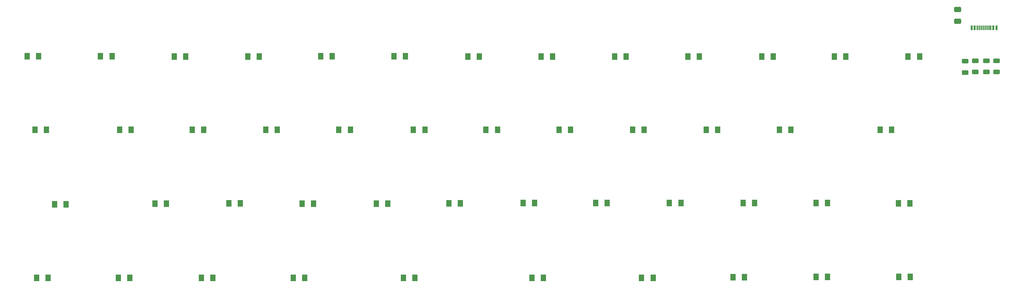
<source format=gbr>
%TF.GenerationSoftware,KiCad,Pcbnew,8.0.8-8.0.8-0~ubuntu24.04.1*%
%TF.CreationDate,2025-01-23T16:14:33-05:00*%
%TF.ProjectId,40 Keyboard,3430204b-6579-4626-9f61-72642e6b6963,4*%
%TF.SameCoordinates,Original*%
%TF.FileFunction,Paste,Top*%
%TF.FilePolarity,Positive*%
%FSLAX46Y46*%
G04 Gerber Fmt 4.6, Leading zero omitted, Abs format (unit mm)*
G04 Created by KiCad (PCBNEW 8.0.8-8.0.8-0~ubuntu24.04.1) date 2025-01-23 16:14:33*
%MOMM*%
%LPD*%
G01*
G04 APERTURE LIST*
G04 Aperture macros list*
%AMRoundRect*
0 Rectangle with rounded corners*
0 $1 Rounding radius*
0 $2 $3 $4 $5 $6 $7 $8 $9 X,Y pos of 4 corners*
0 Add a 4 corners polygon primitive as box body*
4,1,4,$2,$3,$4,$5,$6,$7,$8,$9,$2,$3,0*
0 Add four circle primitives for the rounded corners*
1,1,$1+$1,$2,$3*
1,1,$1+$1,$4,$5*
1,1,$1+$1,$6,$7*
1,1,$1+$1,$8,$9*
0 Add four rect primitives between the rounded corners*
20,1,$1+$1,$2,$3,$4,$5,0*
20,1,$1+$1,$4,$5,$6,$7,0*
20,1,$1+$1,$6,$7,$8,$9,0*
20,1,$1+$1,$8,$9,$2,$3,0*%
G04 Aperture macros list end*
%ADD10RoundRect,0.250001X-0.462499X-0.624999X0.462499X-0.624999X0.462499X0.624999X-0.462499X0.624999X0*%
%ADD11RoundRect,0.250000X0.650000X-0.412500X0.650000X0.412500X-0.650000X0.412500X-0.650000X-0.412500X0*%
%ADD12RoundRect,0.250000X-0.625000X0.312500X-0.625000X-0.312500X0.625000X-0.312500X0.625000X0.312500X0*%
%ADD13R,0.590000X1.150000*%
%ADD14R,0.298000X1.150000*%
G04 APERTURE END LIST*
D10*
%TO.C,D60*%
X233425000Y-82600000D03*
X236400000Y-82600000D03*
%TD*%
%TO.C,D89*%
X93325000Y-139900000D03*
X96300000Y-139900000D03*
%TD*%
%TO.C,D51*%
X62525000Y-82600000D03*
X65500000Y-82600000D03*
%TD*%
%TO.C,D72*%
X219225000Y-101600000D03*
X222200000Y-101600000D03*
%TD*%
%TO.C,D77*%
X95625000Y-120700000D03*
X98600000Y-120700000D03*
%TD*%
%TO.C,D83*%
X209825000Y-120500000D03*
X212800000Y-120500000D03*
%TD*%
D11*
%TO.C,C2*%
X265400000Y-73500000D03*
X265400000Y-70375000D03*
%TD*%
D10*
%TO.C,D79*%
X133625000Y-120600000D03*
X136600000Y-120600000D03*
%TD*%
%TO.C,D69*%
X162125000Y-101600000D03*
X165100000Y-101600000D03*
%TD*%
%TO.C,D52*%
X81525000Y-82600000D03*
X84500000Y-82600000D03*
%TD*%
%TO.C,D54*%
X119425000Y-82500000D03*
X122400000Y-82500000D03*
%TD*%
D12*
%TO.C,R19*%
X275400000Y-83700000D03*
X275400000Y-86625000D03*
%TD*%
%TO.C,R16*%
X269900000Y-83700000D03*
X269900000Y-86625000D03*
%TD*%
D10*
%TO.C,D57*%
X176525000Y-82600000D03*
X179500000Y-82600000D03*
%TD*%
%TO.C,D75*%
X57525000Y-120700000D03*
X60500000Y-120700000D03*
%TD*%
%TO.C,D90*%
X121825000Y-139900000D03*
X124800000Y-139900000D03*
%TD*%
%TO.C,D65*%
X86225000Y-101600000D03*
X89200000Y-101600000D03*
%TD*%
%TO.C,D70*%
X181225000Y-101600000D03*
X184200000Y-101600000D03*
%TD*%
%TO.C,D71*%
X200225000Y-101600000D03*
X203200000Y-101600000D03*
%TD*%
%TO.C,D91*%
X155125000Y-139900000D03*
X158100000Y-139900000D03*
%TD*%
%TO.C,D64*%
X67125000Y-101600000D03*
X70100000Y-101600000D03*
%TD*%
%TO.C,D73*%
X245312500Y-101600000D03*
X248287500Y-101600000D03*
%TD*%
%TO.C,D55*%
X138525000Y-82600000D03*
X141500000Y-82600000D03*
%TD*%
%TO.C,D78*%
X114825000Y-120700000D03*
X117800000Y-120700000D03*
%TD*%
%TO.C,D76*%
X76625000Y-120600000D03*
X79600000Y-120600000D03*
%TD*%
%TO.C,D81*%
X171600000Y-120500000D03*
X174575000Y-120500000D03*
%TD*%
%TO.C,D48*%
X24400000Y-82500000D03*
X27375000Y-82500000D03*
%TD*%
%TO.C,D92*%
X183525000Y-139900000D03*
X186500000Y-139900000D03*
%TD*%
%TO.C,D56*%
X157500000Y-82600000D03*
X160475000Y-82600000D03*
%TD*%
%TO.C,D93*%
X207225000Y-139800000D03*
X210200000Y-139800000D03*
%TD*%
%TO.C,D63*%
X48325000Y-101600000D03*
X51300000Y-101600000D03*
%TD*%
%TO.C,D53*%
X100425000Y-82500000D03*
X103400000Y-82500000D03*
%TD*%
%TO.C,D67*%
X124425000Y-101600000D03*
X127400000Y-101600000D03*
%TD*%
%TO.C,D84*%
X228725000Y-120500000D03*
X231700000Y-120500000D03*
%TD*%
%TO.C,D82*%
X190725000Y-120500000D03*
X193700000Y-120500000D03*
%TD*%
%TO.C,D68*%
X143225000Y-101600000D03*
X146200000Y-101600000D03*
%TD*%
%TO.C,D86*%
X26825000Y-139900000D03*
X29800000Y-139900000D03*
%TD*%
%TO.C,D85*%
X250025000Y-120600000D03*
X253000000Y-120600000D03*
%TD*%
D12*
%TO.C,R17*%
X272800000Y-83700000D03*
X272800000Y-86625000D03*
%TD*%
%TO.C,R18*%
X267300000Y-83800000D03*
X267300000Y-86725000D03*
%TD*%
D10*
%TO.C,D59*%
X214625000Y-82600000D03*
X217600000Y-82600000D03*
%TD*%
%TO.C,D87*%
X48025000Y-139900000D03*
X51000000Y-139900000D03*
%TD*%
%TO.C,D58*%
X195525000Y-82600000D03*
X198500000Y-82600000D03*
%TD*%
%TO.C,D88*%
X69525000Y-139900000D03*
X72500000Y-139900000D03*
%TD*%
D13*
%TO.C,J1*%
X275400000Y-75150000D03*
X274600000Y-75150000D03*
D14*
X273450000Y-75150000D03*
X272450000Y-75150000D03*
X271950000Y-75150000D03*
X270950000Y-75150000D03*
D13*
X269000000Y-75150000D03*
X269800000Y-75150000D03*
D14*
X270450000Y-75150000D03*
X271450000Y-75150000D03*
X272950000Y-75150000D03*
X273950000Y-75150000D03*
%TD*%
D10*
%TO.C,D62*%
X26425000Y-101600000D03*
X29400000Y-101600000D03*
%TD*%
%TO.C,D50*%
X250100000Y-139700000D03*
X253075000Y-139700000D03*
%TD*%
%TO.C,D61*%
X252525000Y-82600000D03*
X255500000Y-82600000D03*
%TD*%
%TO.C,D80*%
X152825000Y-120500000D03*
X155800000Y-120500000D03*
%TD*%
%TO.C,D49*%
X43400000Y-82500000D03*
X46375000Y-82500000D03*
%TD*%
%TO.C,D94*%
X228725000Y-139700000D03*
X231700000Y-139700000D03*
%TD*%
%TO.C,D74*%
X31525000Y-120900000D03*
X34500000Y-120900000D03*
%TD*%
%TO.C,D66*%
X105125000Y-101600000D03*
X108100000Y-101600000D03*
%TD*%
M02*

</source>
